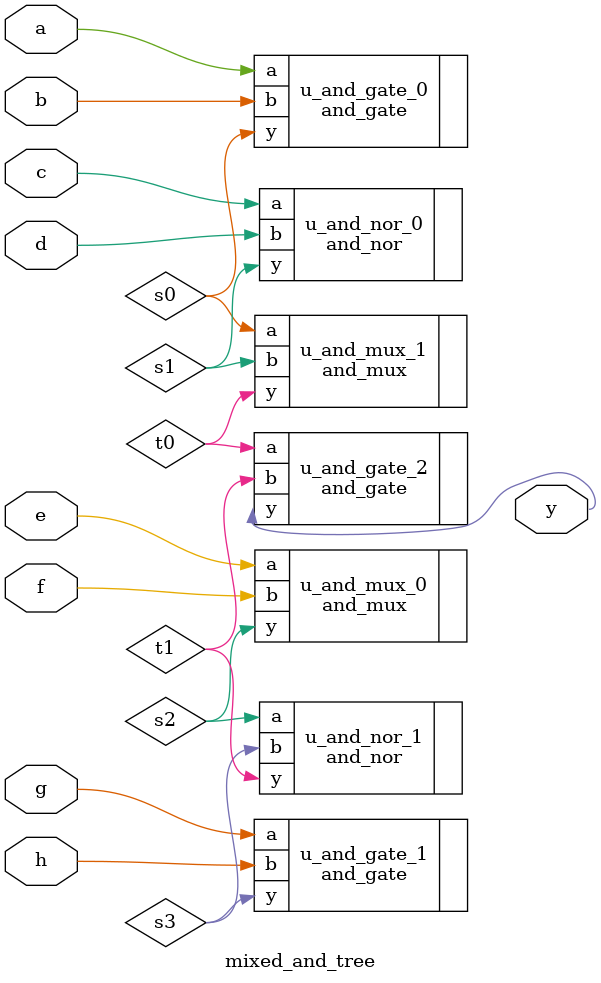
<source format=v>
module mixed_and_tree
(
    input a,
    input b,
    input c,
    input d,
    input e,
    input f,
    input g,
    input h,
    output y
);

    // Stage 1: pairwise ANDs using a mix of implementations
    wire s0, s1, s2, s3;

    and_gate u_and_gate_0 (
        .a(a),
        .b(b),
        .y(s0)
    );

    and_nor u_and_nor_0 (
        .a(c),
        .b(d),
        .y(s1)
    );

    and_mux u_and_mux_0 (
        .a(e),
        .b(f),
        .y(s2)
    );

    and_gate u_and_gate_1 (
        .a(g),
        .b(h),
        .y(s3)
    );

    // Stage 2: combine intermediate results, still mixing implementations
    wire t0, t1;

    and_mux u_and_mux_1 (
        .a(s0),
        .b(s1),
        .y(t0)
    );

    and_nor u_and_nor_1 (
        .a(s2),
        .b(s3),
        .y(t1)
    );

    // Stage 3: final AND
    and_gate u_and_gate_2 (
        .a(t0),
        .b(t1),
        .y(y)
    );

endmodule
</source>
